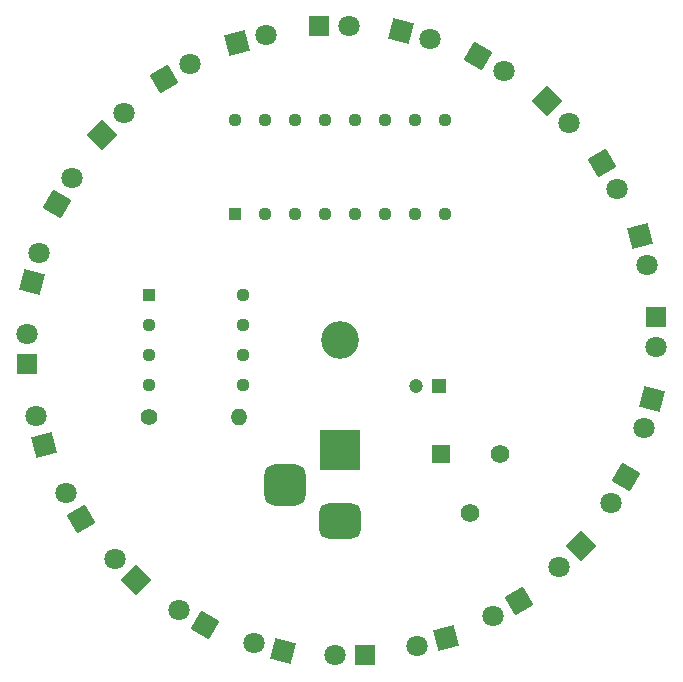
<source format=gbr>
%TF.GenerationSoftware,KiCad,Pcbnew,8.0.9*%
%TF.CreationDate,2025-12-12T10:11:10+01:00*%
%TF.ProjectId,Project,50726f6a-6563-4742-9e6b-696361645f70,rev?*%
%TF.SameCoordinates,Original*%
%TF.FileFunction,Soldermask,Bot*%
%TF.FilePolarity,Negative*%
%FSLAX46Y46*%
G04 Gerber Fmt 4.6, Leading zero omitted, Abs format (unit mm)*
G04 Created by KiCad (PCBNEW 8.0.9) date 2025-12-12 10:11:10*
%MOMM*%
%LPD*%
G01*
G04 APERTURE LIST*
G04 Aperture macros list*
%AMRoundRect*
0 Rectangle with rounded corners*
0 $1 Rounding radius*
0 $2 $3 $4 $5 $6 $7 $8 $9 X,Y pos of 4 corners*
0 Add a 4 corners polygon primitive as box body*
4,1,4,$2,$3,$4,$5,$6,$7,$8,$9,$2,$3,0*
0 Add four circle primitives for the rounded corners*
1,1,$1+$1,$2,$3*
1,1,$1+$1,$4,$5*
1,1,$1+$1,$6,$7*
1,1,$1+$1,$8,$9*
0 Add four rect primitives between the rounded corners*
20,1,$1+$1,$2,$3,$4,$5,0*
20,1,$1+$1,$4,$5,$6,$7,0*
20,1,$1+$1,$6,$7,$8,$9,0*
20,1,$1+$1,$8,$9,$2,$3,0*%
%AMRotRect*
0 Rectangle, with rotation*
0 The origin of the aperture is its center*
0 $1 length*
0 $2 width*
0 $3 Rotation angle, in degrees counterclockwise*
0 Add horizontal line*
21,1,$1,$2,0,0,$3*%
G04 Aperture macros list end*
%ADD10R,1.800000X1.800000*%
%ADD11C,1.800000*%
%ADD12RotRect,1.800000X1.800000X345.000000*%
%ADD13RotRect,1.800000X1.800000X45.000000*%
%ADD14RotRect,1.800000X1.800000X210.000000*%
%ADD15RotRect,1.800000X1.800000X330.000000*%
%ADD16RotRect,1.800000X1.800000X15.000000*%
%ADD17RotRect,1.800000X1.800000X240.000000*%
%ADD18C,1.400000*%
%ADD19O,1.400000X1.400000*%
%ADD20C,3.200000*%
%ADD21RotRect,1.800000X1.800000X300.000000*%
%ADD22RotRect,1.800000X1.800000X75.000000*%
%ADD23RotRect,1.800000X1.800000X135.000000*%
%ADD24R,1.130000X1.130000*%
%ADD25C,1.130000*%
%ADD26RotRect,1.800000X1.800000X60.000000*%
%ADD27RotRect,1.800000X1.800000X285.000000*%
%ADD28RotRect,1.800000X1.800000X195.000000*%
%ADD29RotRect,1.800000X1.800000X120.000000*%
%ADD30R,1.560000X1.560000*%
%ADD31C,1.560000*%
%ADD32RotRect,1.800000X1.800000X105.000000*%
%ADD33RotRect,1.800000X1.800000X255.000000*%
%ADD34RotRect,1.800000X1.800000X225.000000*%
%ADD35RotRect,1.800000X1.800000X315.000000*%
%ADD36RotRect,1.800000X1.800000X30.000000*%
%ADD37RotRect,1.800000X1.800000X165.000000*%
%ADD38RotRect,1.800000X1.800000X150.000000*%
%ADD39R,1.200000X1.200000*%
%ADD40C,1.200000*%
%ADD41R,3.500000X3.500000*%
%ADD42RoundRect,0.750000X1.000000X-0.750000X1.000000X0.750000X-1.000000X0.750000X-1.000000X-0.750000X0*%
%ADD43RoundRect,0.875000X0.875000X-0.875000X0.875000X0.875000X-0.875000X0.875000X-0.875000X-0.875000X0*%
G04 APERTURE END LIST*
D10*
%TO.C,D3*%
X205917800Y-98120200D03*
D11*
X205917801Y-100660201D03*
%TD*%
D12*
%TO.C,D9*%
X184277000Y-73888600D03*
D11*
X186730452Y-74546000D03*
%TD*%
D13*
%TO.C,D8*%
X159021031Y-82676653D03*
D11*
X160817083Y-80880602D03*
%TD*%
D14*
%TO.C,D12*%
X194310000Y-122174000D03*
D11*
X192110294Y-123444002D03*
%TD*%
D15*
%TO.C,D17*%
X190855600Y-76047600D03*
D11*
X193055305Y-77317600D03*
%TD*%
D16*
%TO.C,D24*%
X170457670Y-74883587D03*
D11*
X172911122Y-74226187D03*
%TD*%
D17*
%TO.C,D19*%
X203327000Y-111701547D03*
D11*
X202057000Y-113901253D03*
%TD*%
D18*
%TO.C,R25*%
X162966400Y-106553000D03*
D19*
X170586400Y-106553000D03*
%TD*%
D20*
%TO.C,H1*%
X179171600Y-100076000D03*
%TD*%
D21*
%TO.C,D10*%
X201345800Y-85064600D03*
D11*
X202615801Y-87264305D03*
%TD*%
D22*
%TO.C,D15*%
X153023590Y-95145089D03*
D11*
X153680992Y-92691637D03*
%TD*%
D23*
%TO.C,D6*%
X161874200Y-120370600D03*
D11*
X160078147Y-118574546D03*
%TD*%
D24*
%TO.C,IC1*%
X170256200Y-89390200D03*
D25*
X172796201Y-89390199D03*
X175336200Y-89390200D03*
X177876200Y-89390202D03*
X180416199Y-89390201D03*
X182956200Y-89390200D03*
X185496200Y-89390202D03*
X188036199Y-89390200D03*
X188036200Y-81450200D03*
X185496199Y-81450201D03*
X182956200Y-81450200D03*
X180416200Y-81450198D03*
X177876201Y-81450199D03*
X175336200Y-81450200D03*
X172796200Y-81450198D03*
X170256201Y-81450200D03*
%TD*%
D26*
%TO.C,D23*%
X155194000Y-88519000D03*
D11*
X156464001Y-86319295D03*
%TD*%
D27*
%TO.C,D18*%
X204495400Y-91287600D03*
D11*
X205152802Y-93741052D03*
%TD*%
D28*
%TO.C,D20*%
X188087000Y-125323600D03*
D11*
X185633546Y-125981002D03*
%TD*%
D29*
%TO.C,D14*%
X157226000Y-115189000D03*
D11*
X155956000Y-112989294D03*
%TD*%
D30*
%TO.C,RV1*%
X187669800Y-109723200D03*
D31*
X190169800Y-114723200D03*
X192669800Y-109723200D03*
%TD*%
D32*
%TO.C,D22*%
X154055387Y-108967729D03*
D11*
X153397987Y-106514276D03*
%TD*%
D33*
%TO.C,D11*%
X205511400Y-105079800D03*
D11*
X204854000Y-107533253D03*
%TD*%
D10*
%TO.C,D5*%
X181254401Y-126746000D03*
D11*
X178714398Y-126746001D03*
%TD*%
D10*
%TO.C,D7*%
X152628600Y-102133400D03*
D11*
X152628601Y-99593399D03*
%TD*%
D10*
%TO.C,D1*%
X177317400Y-73507600D03*
D11*
X179857400Y-73507600D03*
%TD*%
D34*
%TO.C,D4*%
X199517000Y-117525800D03*
D11*
X197720948Y-119321853D03*
%TD*%
D35*
%TO.C,D2*%
X196697600Y-79857600D03*
D11*
X198493652Y-81653651D03*
%TD*%
D36*
%TO.C,D16*%
X164211000Y-78003400D03*
D11*
X166410705Y-76733400D03*
%TD*%
D37*
%TO.C,D13*%
X174309855Y-126362000D03*
D11*
X171856400Y-125704600D03*
%TD*%
D24*
%TO.C,IC2*%
X162984200Y-96291400D03*
D25*
X162984200Y-98831400D03*
X162984200Y-101371400D03*
X162984200Y-103911400D03*
X170924200Y-103911400D03*
X170924200Y-101371400D03*
X170924200Y-98831400D03*
X170924200Y-96291400D03*
%TD*%
D38*
%TO.C,D21*%
X167690800Y-124180600D03*
D11*
X165491094Y-122910598D03*
%TD*%
D39*
%TO.C,C1*%
X187560998Y-103987600D03*
D40*
X185560998Y-103987600D03*
%TD*%
D41*
%TO.C,J1*%
X179171599Y-109366799D03*
D42*
X179171598Y-115366800D03*
D43*
X174471598Y-112366800D03*
%TD*%
M02*

</source>
